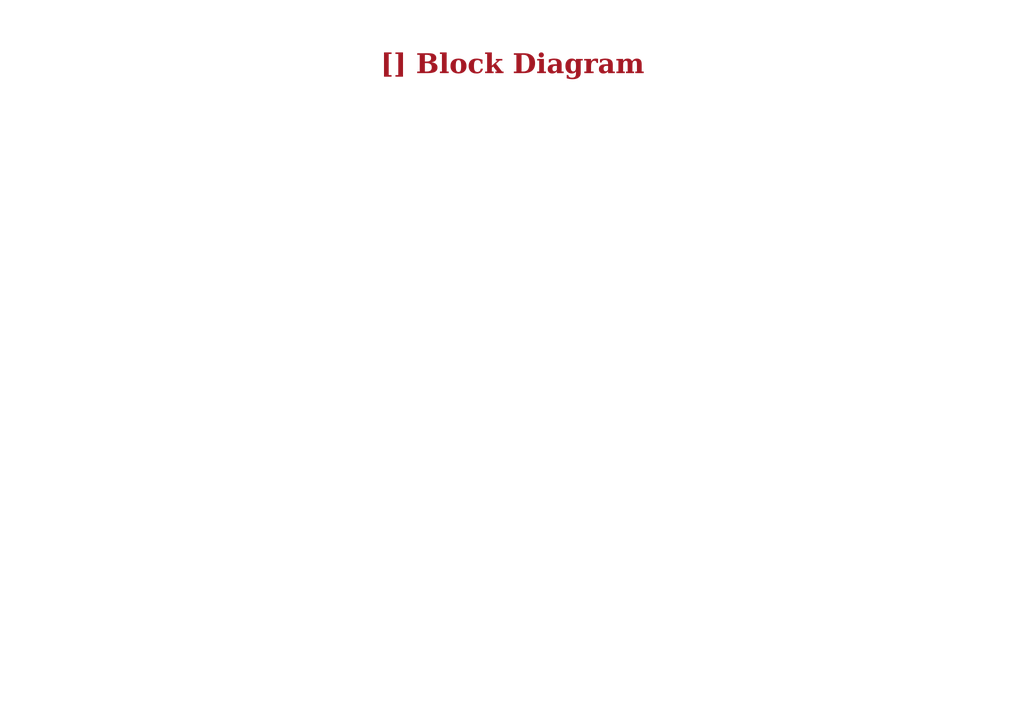
<source format=kicad_sch>
(kicad_sch
	(version 20231120)
	(generator "eeschema")
	(generator_version "8.0")
	(uuid "d4440dba-022e-49b2-97f2-6fc1871c7304")
	(paper "A3")
	(title_block
		(title "Block Diagram")
		(date "Last Modified Date")
		(rev "${REVISION}")
		(company "${COMPANY}")
	)
	(lib_symbols)
	(text_box "[${#}] ${TITLE}"
		(exclude_from_sim no)
		(at 144.78 20.32 0)
		(size 130.81 12.7)
		(stroke
			(width -0.0001)
			(type default)
		)
		(fill
			(type none)
		)
		(effects
			(font
				(face "Times New Roman")
				(size 8 8)
				(thickness 1.2)
				(bold yes)
				(color 162 22 34 1)
			)
		)
		(uuid "73b2b29c-2473-4e80-be0b-4f57c6856c3e")
	)
)

</source>
